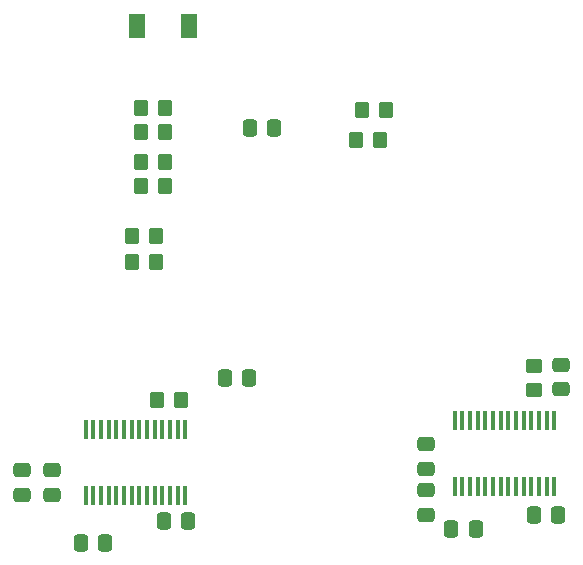
<source format=gbr>
%TF.GenerationSoftware,KiCad,Pcbnew,7.0.1*%
%TF.CreationDate,2023-04-23T15:33:47-04:00*%
%TF.ProjectId,board_v2,626f6172-645f-4763-922e-6b696361645f,rev?*%
%TF.SameCoordinates,Original*%
%TF.FileFunction,Paste,Top*%
%TF.FilePolarity,Positive*%
%FSLAX46Y46*%
G04 Gerber Fmt 4.6, Leading zero omitted, Abs format (unit mm)*
G04 Created by KiCad (PCBNEW 7.0.1) date 2023-04-23 15:33:47*
%MOMM*%
%LPD*%
G01*
G04 APERTURE LIST*
G04 Aperture macros list*
%AMRoundRect*
0 Rectangle with rounded corners*
0 $1 Rounding radius*
0 $2 $3 $4 $5 $6 $7 $8 $9 X,Y pos of 4 corners*
0 Add a 4 corners polygon primitive as box body*
4,1,4,$2,$3,$4,$5,$6,$7,$8,$9,$2,$3,0*
0 Add four circle primitives for the rounded corners*
1,1,$1+$1,$2,$3*
1,1,$1+$1,$4,$5*
1,1,$1+$1,$6,$7*
1,1,$1+$1,$8,$9*
0 Add four rect primitives between the rounded corners*
20,1,$1+$1,$2,$3,$4,$5,0*
20,1,$1+$1,$4,$5,$6,$7,0*
20,1,$1+$1,$6,$7,$8,$9,0*
20,1,$1+$1,$8,$9,$2,$3,0*%
G04 Aperture macros list end*
%ADD10C,0.010000*%
%ADD11RoundRect,0.250000X-0.350000X-0.450000X0.350000X-0.450000X0.350000X0.450000X-0.350000X0.450000X0*%
%ADD12RoundRect,0.250000X0.450000X-0.350000X0.450000X0.350000X-0.450000X0.350000X-0.450000X-0.350000X0*%
%ADD13RoundRect,0.250000X-0.475000X0.337500X-0.475000X-0.337500X0.475000X-0.337500X0.475000X0.337500X0*%
%ADD14RoundRect,0.250000X-0.337500X-0.475000X0.337500X-0.475000X0.337500X0.475000X-0.337500X0.475000X0*%
%ADD15RoundRect,0.250000X0.350000X0.450000X-0.350000X0.450000X-0.350000X-0.450000X0.350000X-0.450000X0*%
%ADD16RoundRect,0.250000X0.337500X0.475000X-0.337500X0.475000X-0.337500X-0.475000X0.337500X-0.475000X0*%
%ADD17R,1.400000X2.100000*%
G04 APERTURE END LIST*
%TO.C,U5*%
D10*
X116618000Y-109227000D02*
X116368000Y-109227000D01*
X116368000Y-107677000D01*
X116618000Y-107677000D01*
X116618000Y-109227000D01*
G36*
X116618000Y-109227000D02*
G01*
X116368000Y-109227000D01*
X116368000Y-107677000D01*
X116618000Y-107677000D01*
X116618000Y-109227000D01*
G37*
X115968000Y-109227000D02*
X115718000Y-109227000D01*
X115718000Y-107677000D01*
X115968000Y-107677000D01*
X115968000Y-109227000D01*
G36*
X115968000Y-109227000D02*
G01*
X115718000Y-109227000D01*
X115718000Y-107677000D01*
X115968000Y-107677000D01*
X115968000Y-109227000D01*
G37*
X115318000Y-109227000D02*
X115068000Y-109227000D01*
X115068000Y-107677000D01*
X115318000Y-107677000D01*
X115318000Y-109227000D01*
G36*
X115318000Y-109227000D02*
G01*
X115068000Y-109227000D01*
X115068000Y-107677000D01*
X115318000Y-107677000D01*
X115318000Y-109227000D01*
G37*
X114668000Y-109227000D02*
X114418000Y-109227000D01*
X114418000Y-107677000D01*
X114668000Y-107677000D01*
X114668000Y-109227000D01*
G36*
X114668000Y-109227000D02*
G01*
X114418000Y-109227000D01*
X114418000Y-107677000D01*
X114668000Y-107677000D01*
X114668000Y-109227000D01*
G37*
X114018000Y-109227000D02*
X113768000Y-109227000D01*
X113768000Y-107677000D01*
X114018000Y-107677000D01*
X114018000Y-109227000D01*
G36*
X114018000Y-109227000D02*
G01*
X113768000Y-109227000D01*
X113768000Y-107677000D01*
X114018000Y-107677000D01*
X114018000Y-109227000D01*
G37*
X113368000Y-109227000D02*
X113118000Y-109227000D01*
X113118000Y-107677000D01*
X113368000Y-107677000D01*
X113368000Y-109227000D01*
G36*
X113368000Y-109227000D02*
G01*
X113118000Y-109227000D01*
X113118000Y-107677000D01*
X113368000Y-107677000D01*
X113368000Y-109227000D01*
G37*
X112718000Y-109227000D02*
X112468000Y-109227000D01*
X112468000Y-107677000D01*
X112718000Y-107677000D01*
X112718000Y-109227000D01*
G36*
X112718000Y-109227000D02*
G01*
X112468000Y-109227000D01*
X112468000Y-107677000D01*
X112718000Y-107677000D01*
X112718000Y-109227000D01*
G37*
X112068000Y-109227000D02*
X111818000Y-109227000D01*
X111818000Y-107677000D01*
X112068000Y-107677000D01*
X112068000Y-109227000D01*
G36*
X112068000Y-109227000D02*
G01*
X111818000Y-109227000D01*
X111818000Y-107677000D01*
X112068000Y-107677000D01*
X112068000Y-109227000D01*
G37*
X111418000Y-109227000D02*
X111168000Y-109227000D01*
X111168000Y-107677000D01*
X111418000Y-107677000D01*
X111418000Y-109227000D01*
G36*
X111418000Y-109227000D02*
G01*
X111168000Y-109227000D01*
X111168000Y-107677000D01*
X111418000Y-107677000D01*
X111418000Y-109227000D01*
G37*
X110768000Y-109227000D02*
X110518000Y-109227000D01*
X110518000Y-107677000D01*
X110768000Y-107677000D01*
X110768000Y-109227000D01*
G36*
X110768000Y-109227000D02*
G01*
X110518000Y-109227000D01*
X110518000Y-107677000D01*
X110768000Y-107677000D01*
X110768000Y-109227000D01*
G37*
X110118000Y-109227000D02*
X109868000Y-109227000D01*
X109868000Y-107677000D01*
X110118000Y-107677000D01*
X110118000Y-109227000D01*
G36*
X110118000Y-109227000D02*
G01*
X109868000Y-109227000D01*
X109868000Y-107677000D01*
X110118000Y-107677000D01*
X110118000Y-109227000D01*
G37*
X109468000Y-109227000D02*
X109218000Y-109227000D01*
X109218000Y-107677000D01*
X109468000Y-107677000D01*
X109468000Y-109227000D01*
G36*
X109468000Y-109227000D02*
G01*
X109218000Y-109227000D01*
X109218000Y-107677000D01*
X109468000Y-107677000D01*
X109468000Y-109227000D01*
G37*
X108818000Y-109227000D02*
X108568000Y-109227000D01*
X108568000Y-107677000D01*
X108818000Y-107677000D01*
X108818000Y-109227000D01*
G36*
X108818000Y-109227000D02*
G01*
X108568000Y-109227000D01*
X108568000Y-107677000D01*
X108818000Y-107677000D01*
X108818000Y-109227000D01*
G37*
X108168000Y-109227000D02*
X107918000Y-109227000D01*
X107918000Y-107677000D01*
X108168000Y-107677000D01*
X108168000Y-109227000D01*
G36*
X108168000Y-109227000D02*
G01*
X107918000Y-109227000D01*
X107918000Y-107677000D01*
X108168000Y-107677000D01*
X108168000Y-109227000D01*
G37*
X116618000Y-114827000D02*
X116368000Y-114827000D01*
X116368000Y-113277000D01*
X116618000Y-113277000D01*
X116618000Y-114827000D01*
G36*
X116618000Y-114827000D02*
G01*
X116368000Y-114827000D01*
X116368000Y-113277000D01*
X116618000Y-113277000D01*
X116618000Y-114827000D01*
G37*
X115968000Y-114827000D02*
X115718000Y-114827000D01*
X115718000Y-113277000D01*
X115968000Y-113277000D01*
X115968000Y-114827000D01*
G36*
X115968000Y-114827000D02*
G01*
X115718000Y-114827000D01*
X115718000Y-113277000D01*
X115968000Y-113277000D01*
X115968000Y-114827000D01*
G37*
X115318000Y-114827000D02*
X115068000Y-114827000D01*
X115068000Y-113277000D01*
X115318000Y-113277000D01*
X115318000Y-114827000D01*
G36*
X115318000Y-114827000D02*
G01*
X115068000Y-114827000D01*
X115068000Y-113277000D01*
X115318000Y-113277000D01*
X115318000Y-114827000D01*
G37*
X114668000Y-114827000D02*
X114418000Y-114827000D01*
X114418000Y-113277000D01*
X114668000Y-113277000D01*
X114668000Y-114827000D01*
G36*
X114668000Y-114827000D02*
G01*
X114418000Y-114827000D01*
X114418000Y-113277000D01*
X114668000Y-113277000D01*
X114668000Y-114827000D01*
G37*
X114018000Y-114827000D02*
X113768000Y-114827000D01*
X113768000Y-113277000D01*
X114018000Y-113277000D01*
X114018000Y-114827000D01*
G36*
X114018000Y-114827000D02*
G01*
X113768000Y-114827000D01*
X113768000Y-113277000D01*
X114018000Y-113277000D01*
X114018000Y-114827000D01*
G37*
X113368000Y-114827000D02*
X113118000Y-114827000D01*
X113118000Y-113277000D01*
X113368000Y-113277000D01*
X113368000Y-114827000D01*
G36*
X113368000Y-114827000D02*
G01*
X113118000Y-114827000D01*
X113118000Y-113277000D01*
X113368000Y-113277000D01*
X113368000Y-114827000D01*
G37*
X112718000Y-114827000D02*
X112468000Y-114827000D01*
X112468000Y-113277000D01*
X112718000Y-113277000D01*
X112718000Y-114827000D01*
G36*
X112718000Y-114827000D02*
G01*
X112468000Y-114827000D01*
X112468000Y-113277000D01*
X112718000Y-113277000D01*
X112718000Y-114827000D01*
G37*
X112068000Y-114827000D02*
X111818000Y-114827000D01*
X111818000Y-113277000D01*
X112068000Y-113277000D01*
X112068000Y-114827000D01*
G36*
X112068000Y-114827000D02*
G01*
X111818000Y-114827000D01*
X111818000Y-113277000D01*
X112068000Y-113277000D01*
X112068000Y-114827000D01*
G37*
X111418000Y-114827000D02*
X111168000Y-114827000D01*
X111168000Y-113277000D01*
X111418000Y-113277000D01*
X111418000Y-114827000D01*
G36*
X111418000Y-114827000D02*
G01*
X111168000Y-114827000D01*
X111168000Y-113277000D01*
X111418000Y-113277000D01*
X111418000Y-114827000D01*
G37*
X110768000Y-114827000D02*
X110518000Y-114827000D01*
X110518000Y-113277000D01*
X110768000Y-113277000D01*
X110768000Y-114827000D01*
G36*
X110768000Y-114827000D02*
G01*
X110518000Y-114827000D01*
X110518000Y-113277000D01*
X110768000Y-113277000D01*
X110768000Y-114827000D01*
G37*
X110118000Y-114827000D02*
X109868000Y-114827000D01*
X109868000Y-113277000D01*
X110118000Y-113277000D01*
X110118000Y-114827000D01*
G36*
X110118000Y-114827000D02*
G01*
X109868000Y-114827000D01*
X109868000Y-113277000D01*
X110118000Y-113277000D01*
X110118000Y-114827000D01*
G37*
X109468000Y-114827000D02*
X109218000Y-114827000D01*
X109218000Y-113277000D01*
X109468000Y-113277000D01*
X109468000Y-114827000D01*
G36*
X109468000Y-114827000D02*
G01*
X109218000Y-114827000D01*
X109218000Y-113277000D01*
X109468000Y-113277000D01*
X109468000Y-114827000D01*
G37*
X108818000Y-114827000D02*
X108568000Y-114827000D01*
X108568000Y-113277000D01*
X108818000Y-113277000D01*
X108818000Y-114827000D01*
G36*
X108818000Y-114827000D02*
G01*
X108568000Y-114827000D01*
X108568000Y-113277000D01*
X108818000Y-113277000D01*
X108818000Y-114827000D01*
G37*
X108168000Y-114827000D02*
X107918000Y-114827000D01*
X107918000Y-113277000D01*
X108168000Y-113277000D01*
X108168000Y-114827000D01*
G36*
X108168000Y-114827000D02*
G01*
X107918000Y-114827000D01*
X107918000Y-113277000D01*
X108168000Y-113277000D01*
X108168000Y-114827000D01*
G37*
%TO.C,U3*%
X147860000Y-108465000D02*
X147610000Y-108465000D01*
X147610000Y-106915000D01*
X147860000Y-106915000D01*
X147860000Y-108465000D01*
G36*
X147860000Y-108465000D02*
G01*
X147610000Y-108465000D01*
X147610000Y-106915000D01*
X147860000Y-106915000D01*
X147860000Y-108465000D01*
G37*
X147210000Y-108465000D02*
X146960000Y-108465000D01*
X146960000Y-106915000D01*
X147210000Y-106915000D01*
X147210000Y-108465000D01*
G36*
X147210000Y-108465000D02*
G01*
X146960000Y-108465000D01*
X146960000Y-106915000D01*
X147210000Y-106915000D01*
X147210000Y-108465000D01*
G37*
X146560000Y-108465000D02*
X146310000Y-108465000D01*
X146310000Y-106915000D01*
X146560000Y-106915000D01*
X146560000Y-108465000D01*
G36*
X146560000Y-108465000D02*
G01*
X146310000Y-108465000D01*
X146310000Y-106915000D01*
X146560000Y-106915000D01*
X146560000Y-108465000D01*
G37*
X145910000Y-108465000D02*
X145660000Y-108465000D01*
X145660000Y-106915000D01*
X145910000Y-106915000D01*
X145910000Y-108465000D01*
G36*
X145910000Y-108465000D02*
G01*
X145660000Y-108465000D01*
X145660000Y-106915000D01*
X145910000Y-106915000D01*
X145910000Y-108465000D01*
G37*
X145260000Y-108465000D02*
X145010000Y-108465000D01*
X145010000Y-106915000D01*
X145260000Y-106915000D01*
X145260000Y-108465000D01*
G36*
X145260000Y-108465000D02*
G01*
X145010000Y-108465000D01*
X145010000Y-106915000D01*
X145260000Y-106915000D01*
X145260000Y-108465000D01*
G37*
X144610000Y-108465000D02*
X144360000Y-108465000D01*
X144360000Y-106915000D01*
X144610000Y-106915000D01*
X144610000Y-108465000D01*
G36*
X144610000Y-108465000D02*
G01*
X144360000Y-108465000D01*
X144360000Y-106915000D01*
X144610000Y-106915000D01*
X144610000Y-108465000D01*
G37*
X143960000Y-108465000D02*
X143710000Y-108465000D01*
X143710000Y-106915000D01*
X143960000Y-106915000D01*
X143960000Y-108465000D01*
G36*
X143960000Y-108465000D02*
G01*
X143710000Y-108465000D01*
X143710000Y-106915000D01*
X143960000Y-106915000D01*
X143960000Y-108465000D01*
G37*
X143310000Y-108465000D02*
X143060000Y-108465000D01*
X143060000Y-106915000D01*
X143310000Y-106915000D01*
X143310000Y-108465000D01*
G36*
X143310000Y-108465000D02*
G01*
X143060000Y-108465000D01*
X143060000Y-106915000D01*
X143310000Y-106915000D01*
X143310000Y-108465000D01*
G37*
X142660000Y-108465000D02*
X142410000Y-108465000D01*
X142410000Y-106915000D01*
X142660000Y-106915000D01*
X142660000Y-108465000D01*
G36*
X142660000Y-108465000D02*
G01*
X142410000Y-108465000D01*
X142410000Y-106915000D01*
X142660000Y-106915000D01*
X142660000Y-108465000D01*
G37*
X142010000Y-108465000D02*
X141760000Y-108465000D01*
X141760000Y-106915000D01*
X142010000Y-106915000D01*
X142010000Y-108465000D01*
G36*
X142010000Y-108465000D02*
G01*
X141760000Y-108465000D01*
X141760000Y-106915000D01*
X142010000Y-106915000D01*
X142010000Y-108465000D01*
G37*
X141360000Y-108465000D02*
X141110000Y-108465000D01*
X141110000Y-106915000D01*
X141360000Y-106915000D01*
X141360000Y-108465000D01*
G36*
X141360000Y-108465000D02*
G01*
X141110000Y-108465000D01*
X141110000Y-106915000D01*
X141360000Y-106915000D01*
X141360000Y-108465000D01*
G37*
X140710000Y-108465000D02*
X140460000Y-108465000D01*
X140460000Y-106915000D01*
X140710000Y-106915000D01*
X140710000Y-108465000D01*
G36*
X140710000Y-108465000D02*
G01*
X140460000Y-108465000D01*
X140460000Y-106915000D01*
X140710000Y-106915000D01*
X140710000Y-108465000D01*
G37*
X140060000Y-108465000D02*
X139810000Y-108465000D01*
X139810000Y-106915000D01*
X140060000Y-106915000D01*
X140060000Y-108465000D01*
G36*
X140060000Y-108465000D02*
G01*
X139810000Y-108465000D01*
X139810000Y-106915000D01*
X140060000Y-106915000D01*
X140060000Y-108465000D01*
G37*
X139410000Y-108465000D02*
X139160000Y-108465000D01*
X139160000Y-106915000D01*
X139410000Y-106915000D01*
X139410000Y-108465000D01*
G36*
X139410000Y-108465000D02*
G01*
X139160000Y-108465000D01*
X139160000Y-106915000D01*
X139410000Y-106915000D01*
X139410000Y-108465000D01*
G37*
X147860000Y-114065000D02*
X147610000Y-114065000D01*
X147610000Y-112515000D01*
X147860000Y-112515000D01*
X147860000Y-114065000D01*
G36*
X147860000Y-114065000D02*
G01*
X147610000Y-114065000D01*
X147610000Y-112515000D01*
X147860000Y-112515000D01*
X147860000Y-114065000D01*
G37*
X147210000Y-114065000D02*
X146960000Y-114065000D01*
X146960000Y-112515000D01*
X147210000Y-112515000D01*
X147210000Y-114065000D01*
G36*
X147210000Y-114065000D02*
G01*
X146960000Y-114065000D01*
X146960000Y-112515000D01*
X147210000Y-112515000D01*
X147210000Y-114065000D01*
G37*
X146560000Y-114065000D02*
X146310000Y-114065000D01*
X146310000Y-112515000D01*
X146560000Y-112515000D01*
X146560000Y-114065000D01*
G36*
X146560000Y-114065000D02*
G01*
X146310000Y-114065000D01*
X146310000Y-112515000D01*
X146560000Y-112515000D01*
X146560000Y-114065000D01*
G37*
X145910000Y-114065000D02*
X145660000Y-114065000D01*
X145660000Y-112515000D01*
X145910000Y-112515000D01*
X145910000Y-114065000D01*
G36*
X145910000Y-114065000D02*
G01*
X145660000Y-114065000D01*
X145660000Y-112515000D01*
X145910000Y-112515000D01*
X145910000Y-114065000D01*
G37*
X145260000Y-114065000D02*
X145010000Y-114065000D01*
X145010000Y-112515000D01*
X145260000Y-112515000D01*
X145260000Y-114065000D01*
G36*
X145260000Y-114065000D02*
G01*
X145010000Y-114065000D01*
X145010000Y-112515000D01*
X145260000Y-112515000D01*
X145260000Y-114065000D01*
G37*
X144610000Y-114065000D02*
X144360000Y-114065000D01*
X144360000Y-112515000D01*
X144610000Y-112515000D01*
X144610000Y-114065000D01*
G36*
X144610000Y-114065000D02*
G01*
X144360000Y-114065000D01*
X144360000Y-112515000D01*
X144610000Y-112515000D01*
X144610000Y-114065000D01*
G37*
X143960000Y-114065000D02*
X143710000Y-114065000D01*
X143710000Y-112515000D01*
X143960000Y-112515000D01*
X143960000Y-114065000D01*
G36*
X143960000Y-114065000D02*
G01*
X143710000Y-114065000D01*
X143710000Y-112515000D01*
X143960000Y-112515000D01*
X143960000Y-114065000D01*
G37*
X143310000Y-114065000D02*
X143060000Y-114065000D01*
X143060000Y-112515000D01*
X143310000Y-112515000D01*
X143310000Y-114065000D01*
G36*
X143310000Y-114065000D02*
G01*
X143060000Y-114065000D01*
X143060000Y-112515000D01*
X143310000Y-112515000D01*
X143310000Y-114065000D01*
G37*
X142660000Y-114065000D02*
X142410000Y-114065000D01*
X142410000Y-112515000D01*
X142660000Y-112515000D01*
X142660000Y-114065000D01*
G36*
X142660000Y-114065000D02*
G01*
X142410000Y-114065000D01*
X142410000Y-112515000D01*
X142660000Y-112515000D01*
X142660000Y-114065000D01*
G37*
X142010000Y-114065000D02*
X141760000Y-114065000D01*
X141760000Y-112515000D01*
X142010000Y-112515000D01*
X142010000Y-114065000D01*
G36*
X142010000Y-114065000D02*
G01*
X141760000Y-114065000D01*
X141760000Y-112515000D01*
X142010000Y-112515000D01*
X142010000Y-114065000D01*
G37*
X141360000Y-114065000D02*
X141110000Y-114065000D01*
X141110000Y-112515000D01*
X141360000Y-112515000D01*
X141360000Y-114065000D01*
G36*
X141360000Y-114065000D02*
G01*
X141110000Y-114065000D01*
X141110000Y-112515000D01*
X141360000Y-112515000D01*
X141360000Y-114065000D01*
G37*
X140710000Y-114065000D02*
X140460000Y-114065000D01*
X140460000Y-112515000D01*
X140710000Y-112515000D01*
X140710000Y-114065000D01*
G36*
X140710000Y-114065000D02*
G01*
X140460000Y-114065000D01*
X140460000Y-112515000D01*
X140710000Y-112515000D01*
X140710000Y-114065000D01*
G37*
X140060000Y-114065000D02*
X139810000Y-114065000D01*
X139810000Y-112515000D01*
X140060000Y-112515000D01*
X140060000Y-114065000D01*
G36*
X140060000Y-114065000D02*
G01*
X139810000Y-114065000D01*
X139810000Y-112515000D01*
X140060000Y-112515000D01*
X140060000Y-114065000D01*
G37*
X139410000Y-114065000D02*
X139160000Y-114065000D01*
X139160000Y-112515000D01*
X139410000Y-112515000D01*
X139410000Y-114065000D01*
G36*
X139410000Y-114065000D02*
G01*
X139160000Y-114065000D01*
X139160000Y-112515000D01*
X139410000Y-112515000D01*
X139410000Y-114065000D01*
G37*
%TD*%
D11*
%TO.C,R10*%
X114160219Y-106016813D03*
X116160219Y-106016813D03*
%TD*%
D12*
%TO.C,R9*%
X146050000Y-103140000D03*
X146050000Y-105140000D03*
%TD*%
D11*
%TO.C,R8*%
X112030000Y-94321509D03*
X114030000Y-94321509D03*
%TD*%
%TO.C,R7*%
X112006828Y-92108123D03*
X114006828Y-92108123D03*
%TD*%
D13*
%TO.C,C5*%
X148326941Y-105111181D03*
X148326941Y-103036181D03*
%TD*%
D14*
%TO.C,C9*%
X109749500Y-118110000D03*
X107674500Y-118110000D03*
%TD*%
D15*
%TO.C,R1*%
X131000000Y-84000000D03*
X133000000Y-84000000D03*
%TD*%
D14*
%TO.C,C2*%
X141118500Y-116967000D03*
X139043500Y-116967000D03*
%TD*%
D16*
%TO.C,C3*%
X146028500Y-115773200D03*
X148103500Y-115773200D03*
%TD*%
D13*
%TO.C,C10*%
X102736721Y-114033662D03*
X102736721Y-111958662D03*
%TD*%
D15*
%TO.C,R2*%
X133500000Y-81460000D03*
X131500000Y-81460000D03*
%TD*%
D16*
%TO.C,C8*%
X114684900Y-116281200D03*
X116759900Y-116281200D03*
%TD*%
D13*
%TO.C,C7*%
X105257600Y-114016700D03*
X105257600Y-111941700D03*
%TD*%
D11*
%TO.C,R3*%
X112792000Y-85852000D03*
X114792000Y-85852000D03*
%TD*%
D17*
%TO.C,D1*%
X112456448Y-74333131D03*
X116856448Y-74333131D03*
%TD*%
D16*
%TO.C,C13*%
X124037500Y-83000000D03*
X121962500Y-83000000D03*
%TD*%
D15*
%TO.C,R4*%
X114792000Y-87884000D03*
X112792000Y-87884000D03*
%TD*%
D11*
%TO.C,R5*%
X112792000Y-81280000D03*
X114792000Y-81280000D03*
%TD*%
D14*
%TO.C,C11*%
X121920000Y-104140000D03*
X119845000Y-104140000D03*
%TD*%
D13*
%TO.C,C1*%
X136906000Y-111832300D03*
X136906000Y-109757300D03*
%TD*%
%TO.C,C4*%
X136906000Y-115718500D03*
X136906000Y-113643500D03*
%TD*%
D11*
%TO.C,R6*%
X112792000Y-83312000D03*
X114792000Y-83312000D03*
%TD*%
M02*

</source>
